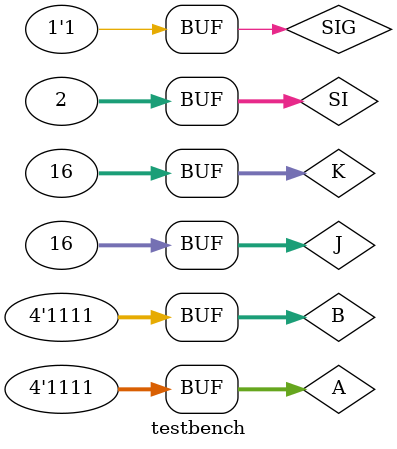
<source format=v>
`timescale 1ns / 1ps


module testbench;

	// Inputs
	reg [3:0] A;
	reg [3:0] B;
	reg SIG;

	// Outputs
	wire [3:0] S;
	wire C;

	// Instantiate the Unit Under Test (UUT)
	ADDER4 uut (
		.A(A), 
		.B(B), 
		.SIG(SIG), 
		.S(S), 
		.C(C)
	);
	integer J;
	integer K;
	integer SI;

	initial begin
		// Initialize Inputs
		A = 0;
		B = 0;
		SIG = 0;

		// Wait 100 ns for global reset to finish
		#10;
		for(SI=0; SI<2; SI=SI+1) begin		// 0 ©ç 15 ÜÅðüÍ
			for(J=0; J<16; J=J+1) begin		// 0 ©ç 15 ÜÅðüÍ
				for(K=0; K<16; K=K+1) begin		// 0 ©ç 15 ÜÅðüÍ
					A=K;
					B=J;
					SIG = SI;
					#3;
				end
			end
		end
		// Add stimulus here

	end
      
endmodule


</source>
